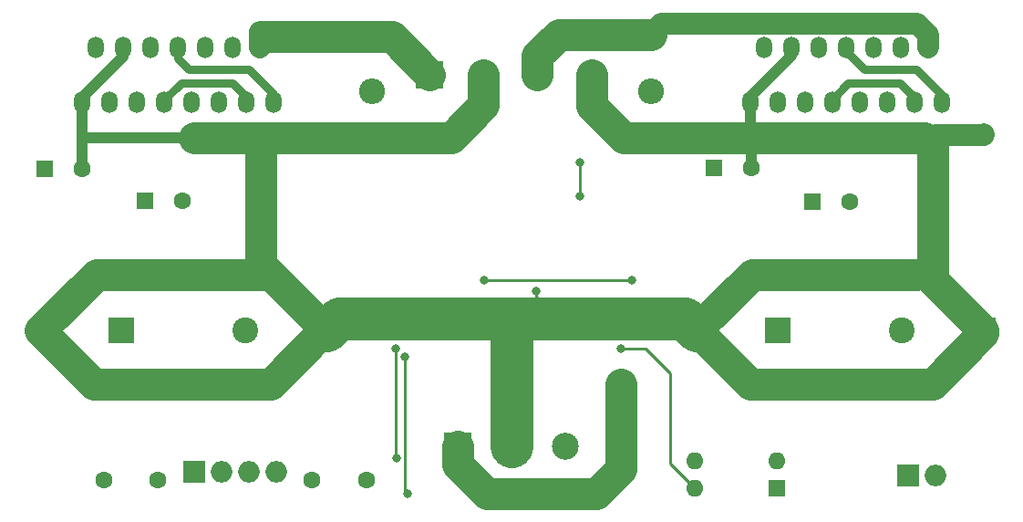
<source format=gbr>
G04 #@! TF.GenerationSoftware,KiCad,Pcbnew,5.1.5+dfsg1-2build2*
G04 #@! TF.CreationDate,2021-11-20T23:12:37+10:30*
G04 #@! TF.ProjectId,tda7293,74646137-3239-4332-9e6b-696361645f70,rev?*
G04 #@! TF.SameCoordinates,Original*
G04 #@! TF.FileFunction,Copper,L2,Bot*
G04 #@! TF.FilePolarity,Positive*
%FSLAX46Y46*%
G04 Gerber Fmt 4.6, Leading zero omitted, Abs format (unit mm)*
G04 Created by KiCad (PCBNEW 5.1.5+dfsg1-2build2) date 2021-11-20 23:12:37*
%MOMM*%
%LPD*%
G04 APERTURE LIST*
%ADD10R,1.600000X1.600000*%
%ADD11C,1.600000*%
%ADD12R,1.998980X1.998980*%
%ADD13O,1.998980X1.998980*%
%ADD14C,2.400000*%
%ADD15R,2.400000X2.400000*%
%ADD16C,2.500000*%
%ADD17R,2.500000X2.500000*%
%ADD18O,2.400000X2.400000*%
%ADD19O,1.500000X2.000000*%
%ADD20O,1.600000X1.600000*%
%ADD21C,1.000000*%
%ADD22C,0.800000*%
%ADD23C,1.000000*%
%ADD24C,2.000000*%
%ADD25C,3.000000*%
%ADD26C,0.250000*%
%ADD27C,4.000000*%
%ADD28C,0.750000*%
G04 APERTURE END LIST*
D10*
X102870000Y-42799000D03*
D11*
X106370000Y-42799000D03*
D10*
X93726000Y-39624000D03*
D11*
X97226000Y-39624000D03*
D10*
X40894000Y-42672000D03*
D11*
X44394000Y-42672000D03*
D10*
X31623000Y-39751000D03*
D11*
X35123000Y-39751000D03*
D12*
X111760000Y-68199000D03*
D13*
X114300000Y-68199000D03*
X50546000Y-67818000D03*
X48006000Y-67818000D03*
D12*
X45466000Y-67818000D03*
D13*
X53086000Y-67818000D03*
D11*
X42084000Y-68580000D03*
X37084000Y-68580000D03*
X61468000Y-68580000D03*
X56468000Y-68580000D03*
D14*
X31235000Y-54737000D03*
D15*
X38735000Y-54737000D03*
X99695000Y-54737000D03*
D14*
X92195000Y-54737000D03*
D15*
X57785000Y-54737000D03*
D14*
X50285000Y-54737000D03*
X111245000Y-54737000D03*
D15*
X118745000Y-54737000D03*
D16*
X82380000Y-31000000D03*
X77380000Y-31000000D03*
D17*
X67380000Y-31000000D03*
D16*
X72380000Y-31000000D03*
X80000000Y-65460000D03*
D17*
X70000000Y-65460000D03*
D16*
X75000000Y-65460000D03*
D14*
X61976000Y-27500000D03*
D18*
X61976000Y-32580000D03*
X87884000Y-32580000D03*
D14*
X87884000Y-27500000D03*
D19*
X52890000Y-33588000D03*
X51620000Y-28508000D03*
X50350000Y-33588000D03*
X49080000Y-28508000D03*
X47810000Y-33588000D03*
X46540000Y-28508000D03*
X45270000Y-33588000D03*
X44000000Y-28508000D03*
X42730000Y-33588000D03*
X41460000Y-28508000D03*
X40190000Y-33588000D03*
X38920000Y-28508000D03*
X37650000Y-33588000D03*
X36380000Y-28508000D03*
X35110000Y-33588000D03*
X114890000Y-33528000D03*
X113620000Y-28448000D03*
X112350000Y-33528000D03*
X111080000Y-28448000D03*
X109810000Y-33528000D03*
X108540000Y-28448000D03*
X107270000Y-33528000D03*
X106000000Y-28448000D03*
X104730000Y-33528000D03*
X103460000Y-28448000D03*
X102190000Y-33528000D03*
X100920000Y-28448000D03*
X99650000Y-33528000D03*
X98380000Y-28448000D03*
X97110000Y-33528000D03*
D20*
X91948000Y-69342000D03*
X99568000Y-66802000D03*
X91948000Y-66802000D03*
D10*
X99568000Y-69342000D03*
D21*
X58420000Y-36068000D03*
D22*
X77215996Y-51054000D03*
D21*
X118855996Y-36560000D03*
X56642000Y-36576000D03*
D22*
X74422000Y-53847994D03*
X64191940Y-56388000D03*
X64262000Y-66548000D03*
D21*
X108712000Y-37592000D03*
X45466002Y-36322000D03*
D22*
X91440000Y-36068000D03*
X65024000Y-57150000D03*
X65278016Y-69850000D03*
X81280000Y-42290998D03*
X81280000Y-39116000D03*
X84328000Y-60452000D03*
X85852000Y-60452000D03*
X72390000Y-50054000D03*
X85090000Y-59182000D03*
X86106000Y-50038000D03*
X85090000Y-56387996D03*
D21*
X94742000Y-26247990D03*
D23*
X38920000Y-29310270D02*
X38920000Y-28508000D01*
X35110000Y-33120270D02*
X38920000Y-29310270D01*
X35110000Y-33588000D02*
X35110000Y-33120270D01*
X97110000Y-33528000D02*
X97110000Y-33060270D01*
X97110000Y-33060270D02*
X100920000Y-29250270D01*
X100920000Y-29250270D02*
X100920000Y-28448000D01*
D24*
X97062000Y-36576000D02*
X97028000Y-36576000D01*
X97110000Y-36528000D02*
X97062000Y-36576000D01*
D23*
X97110000Y-33528000D02*
X97110000Y-36528000D01*
D24*
X92195000Y-54737000D02*
X92195000Y-54617000D01*
X118745000Y-54737000D02*
X118745000Y-54991000D01*
X57785000Y-54737000D02*
X57531000Y-54737000D01*
X75000000Y-65460000D02*
X75000000Y-65208000D01*
X94488000Y-36576000D02*
X93472000Y-36576000D01*
D25*
X114100001Y-37392001D02*
X114100001Y-49475999D01*
X113284000Y-36830000D02*
X107695998Y-36830000D01*
D26*
X91948000Y-66802000D02*
X91694000Y-66802000D01*
D25*
X114046000Y-59690000D02*
X97148000Y-59690000D01*
X97148000Y-59690000D02*
X92195000Y-54737000D01*
X118745000Y-54991000D02*
X114046000Y-59690000D01*
X36188000Y-59690000D02*
X31235000Y-54737000D01*
X52578000Y-59690000D02*
X36188000Y-59690000D01*
X57531000Y-54737000D02*
X52578000Y-59690000D01*
X36442000Y-49530000D02*
X52238000Y-49530000D01*
X31235000Y-54737000D02*
X36442000Y-49530000D01*
X57785000Y-54737000D02*
X51562000Y-48514000D01*
X97282000Y-49530000D02*
X112522000Y-49530000D01*
X92195000Y-54617000D02*
X97282000Y-49530000D01*
X113792000Y-49784000D02*
X118745000Y-54737000D01*
X113792000Y-49276000D02*
X113792000Y-49784000D01*
X51689000Y-36830000D02*
X51689000Y-49530000D01*
D26*
X93123000Y-36925000D02*
X93472000Y-36576000D01*
X99004000Y-36886000D02*
X99060000Y-36830000D01*
D25*
X107695998Y-36830000D02*
X99060000Y-36830000D01*
D23*
X35123000Y-39751000D02*
X35123000Y-38619630D01*
X97226000Y-39624000D02*
X97226000Y-37409000D01*
D25*
X69342000Y-36830000D02*
X72380000Y-33792000D01*
X72380000Y-33792000D02*
X72380000Y-31000000D01*
X51689000Y-36830000D02*
X69342000Y-36830000D01*
D26*
X97226000Y-39680000D02*
X97226000Y-39624000D01*
D27*
X58928000Y-53594000D02*
X71120000Y-53594000D01*
X57785000Y-54737000D02*
X58928000Y-53594000D01*
X70485000Y-53594000D02*
X75565000Y-53594000D01*
D26*
X75057000Y-54864000D02*
X77215996Y-52705004D01*
X77215996Y-51561996D02*
X77215996Y-51054000D01*
X77470000Y-51816000D02*
X77215996Y-51561996D01*
D27*
X75000000Y-54159000D02*
X75000000Y-65460000D01*
X75565000Y-53594000D02*
X75000000Y-54159000D01*
D24*
X118839996Y-36576000D02*
X118855996Y-36560000D01*
X114300000Y-36576000D02*
X118839996Y-36576000D01*
X114100001Y-36775999D02*
X114300000Y-36576000D01*
X114100001Y-37392001D02*
X114100001Y-36775999D01*
D26*
X64191940Y-56388000D02*
X64191940Y-66477940D01*
X64191940Y-66477940D02*
X64262000Y-66548000D01*
D27*
X91052000Y-53594000D02*
X92195000Y-54737000D01*
X75565000Y-53594000D02*
X91052000Y-53594000D01*
D25*
X82380000Y-31000000D02*
X82380000Y-33866000D01*
X82380000Y-33866000D02*
X85344000Y-36830000D01*
X85344000Y-36830000D02*
X86868000Y-36830000D01*
X99060000Y-36830000D02*
X97028000Y-36830000D01*
X97028000Y-36830000D02*
X93472000Y-36830000D01*
X92906315Y-36830000D02*
X93472000Y-36830000D01*
X90424000Y-36830000D02*
X92906315Y-36830000D01*
X86868000Y-36830000D02*
X90424000Y-36830000D01*
D23*
X35110000Y-39738000D02*
X35110000Y-33588000D01*
X35123000Y-39751000D02*
X35110000Y-39738000D01*
X35123000Y-39751000D02*
X35123000Y-37775000D01*
D25*
X51689000Y-36830000D02*
X45466000Y-36830000D01*
D23*
X45466000Y-36830000D02*
X35052000Y-36830000D01*
D26*
X65024000Y-69595984D02*
X65278016Y-69850000D01*
X65024000Y-57150000D02*
X65024000Y-69595984D01*
X81280000Y-42290998D02*
X81280000Y-39116000D01*
D28*
X44318000Y-31750000D02*
X42730000Y-33338000D01*
X49022000Y-31750000D02*
X44318000Y-31750000D01*
X50350000Y-33078000D02*
X49022000Y-31750000D01*
D23*
X42730000Y-33338000D02*
X42730000Y-33588000D01*
X50350000Y-33588000D02*
X50350000Y-33078000D01*
D28*
X106230000Y-31778000D02*
X104730000Y-33278000D01*
X104730000Y-33278000D02*
X104730000Y-33528000D01*
X111026000Y-31778000D02*
X106230000Y-31778000D01*
X112350000Y-33102000D02*
X111026000Y-31778000D01*
X112350000Y-33528000D02*
X112350000Y-33102000D01*
D25*
X85090000Y-59690006D02*
X85090000Y-67564000D01*
X82804000Y-69850000D02*
X85090000Y-67564000D01*
X72644000Y-69850000D02*
X82804000Y-69850000D01*
X85090000Y-67564000D02*
X84590001Y-68063999D01*
X70000000Y-67206000D02*
X72644000Y-69850000D01*
X70000000Y-65460000D02*
X70000000Y-67206000D01*
D26*
X72390000Y-50054000D02*
X86090000Y-50054000D01*
X86090000Y-50054000D02*
X86106000Y-50038000D01*
D28*
X52890000Y-33588000D02*
X52890000Y-32824000D01*
X44000000Y-29522000D02*
X44000000Y-28508000D01*
X44958000Y-30480000D02*
X44000000Y-29522000D01*
X50546000Y-30480000D02*
X44958000Y-30480000D01*
X52890000Y-32824000D02*
X50546000Y-30480000D01*
X114890000Y-32848000D02*
X114890000Y-33528000D01*
X112522000Y-30480000D02*
X114890000Y-32848000D01*
X107696000Y-30480000D02*
X112522000Y-30480000D01*
X106000000Y-28784000D02*
X107696000Y-30480000D01*
X106000000Y-28448000D02*
X106000000Y-28784000D01*
D26*
X85090004Y-56388000D02*
X85090000Y-56387996D01*
X89662000Y-58674000D02*
X87376000Y-56388000D01*
X89662000Y-67056000D02*
X89662000Y-58674000D01*
X87376000Y-56388000D02*
X85090004Y-56388000D01*
X91948000Y-69342000D02*
X89662000Y-67056000D01*
D25*
X77380000Y-29232234D02*
X79353290Y-27258944D01*
X79353290Y-27258944D02*
X87884000Y-27258944D01*
X77380000Y-31000000D02*
X77380000Y-29232234D01*
D24*
X95449106Y-26247990D02*
X94742000Y-26247990D01*
X113620000Y-28448000D02*
X113620000Y-27260000D01*
X113620000Y-27260000D02*
X112607990Y-26247990D01*
X112607990Y-26247990D02*
X95449106Y-26247990D01*
X87884000Y-27258944D02*
X88894954Y-26247990D01*
X88894954Y-26247990D02*
X94034894Y-26247990D01*
X94034894Y-26247990D02*
X94742000Y-26247990D01*
D25*
X63880000Y-27500000D02*
X67380000Y-31000000D01*
X52628000Y-27500000D02*
X63880000Y-27500000D01*
D24*
X51562000Y-28450000D02*
X51562000Y-27051000D01*
X51620000Y-28508000D02*
X51562000Y-28450000D01*
X52179000Y-27051000D02*
X52628000Y-27500000D01*
X51562000Y-27051000D02*
X52179000Y-27051000D01*
M02*

</source>
